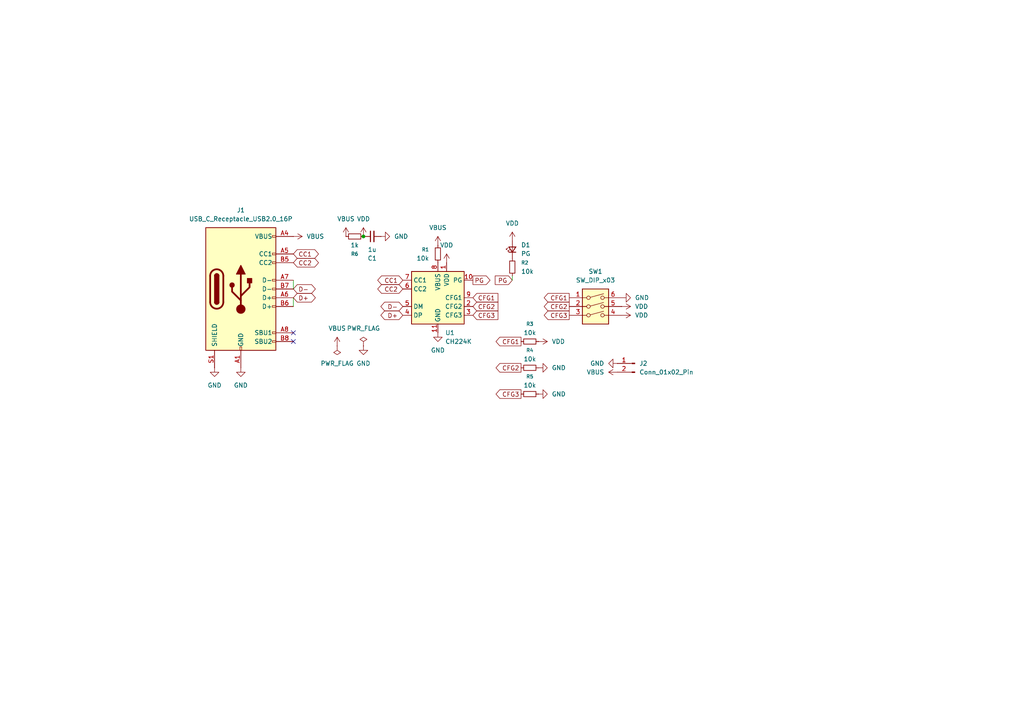
<source format=kicad_sch>
(kicad_sch (version 20250114) (generator "eeschema") (generator_version "9.0")
  (paper "A4")
  (lib_symbols
    (symbol "Connector:Conn_01x02_Pin" (pin_names (offset 1.016) (hide yes))
      (property "Reference" "J" (at 0 2.54 0))
      (property "Value" "Conn_01x02_Pin" (at 0 -5.08 0))
      (symbol "Conn_01x02_Pin_1_1"
        (rectangle (start 0.8636 0.127) (end 0 -0.127) (stroke (width 0.1524)) (fill (type outline)))
        (rectangle (start 0.8636 -2.413) (end 0 -2.667) (stroke (width 0.1524)) (fill (type outline)))
        (polyline (pts (xy 1.27 0) (xy 0.8636 0)) (stroke (width 0.1524)))
        (polyline (pts (xy 1.27 -2.54) (xy 0.8636 -2.54)) (stroke (width 0.1524)))
        (pin passive line (at 5.08 0 180) (length 3.81) (name "Pin_1") (number "1"))
        (pin passive line (at 5.08 -2.54 180) (length 3.81) (name "Pin_2") (number "2"))
      )
    )
    (symbol "Connector:USB_C_Receptacle_USB2.0_16P" (pin_names (offset 1.016))
      (property "Reference" "J" (at 0 22.225 0))
      (property "Value" "USB_C_Receptacle_USB2.0_16P" (at 0 19.685 0))
      (symbol "USB_C_Receptacle_USB2.0_16P_0_0"
        (rectangle (start -0.254 -17.78) (end 0.254 -16.764))
        (rectangle (start 10.16 15.494) (end 9.144 14.986))
        (rectangle (start 10.16 10.414) (end 9.144 9.906))
        (rectangle (start 10.16 7.874) (end 9.144 7.366))
        (rectangle (start 10.16 2.794) (end 9.144 2.286))
        (rectangle (start 10.16 0.254) (end 9.144 -0.254))
        (rectangle (start 10.16 -2.286) (end 9.144 -2.794))
        (rectangle (start 10.16 -4.826) (end 9.144 -5.334))
        (rectangle (start 10.16 -12.446) (end 9.144 -12.954))
        (rectangle (start 10.16 -14.986) (end 9.144 -15.494))
      )
      (symbol "USB_C_Receptacle_USB2.0_16P_0_1"
        (rectangle (start -10.16 17.78) (end 10.16 -17.78) (stroke (width 0.254)) (fill (type background)))
        (polyline (pts (xy -8.89 -3.81) (xy -8.89 3.81)) (stroke (width 0.508)))
        (rectangle (start -7.62 -3.81) (end -6.35 3.81) (stroke (width 0.254)) (fill (type outline)))
        (arc (start -7.62 3.81) (mid -6.985 4.4423) (end -6.35 3.81) (stroke (width 0.254)))
        (arc (start -7.62 3.81) (mid -6.985 4.4423) (end -6.35 3.81) (stroke (width 0.254)) (fill (type outline)))
        (arc (start -8.89 3.81) (mid -6.985 5.7067) (end -5.08 3.81) (stroke (width 0.508)))
        (arc (start -5.08 -3.81) (mid -6.985 -5.7067) (end -8.89 -3.81) (stroke (width 0.508)))
        (arc (start -6.35 -3.81) (mid -6.985 -4.4423) (end -7.62 -3.81) (stroke (width 0.254)))
        (arc (start -6.35 -3.81) (mid -6.985 -4.4423) (end -7.62 -3.81) (stroke (width 0.254)) (fill (type outline)))
        (polyline (pts (xy -5.08 3.81) (xy -5.08 -3.81)) (stroke (width 0.508)))
        (circle (center -2.54 1.143) (radius 0.635) (stroke (width 0.254)) (fill (type outline)))
        (polyline (pts (xy -1.27 4.318) (xy 0 6.858) (xy 1.27 4.318) (xy -1.27 4.318)) (stroke (width 0.254)) (fill (type outline)))
        (polyline (pts (xy 0 -2.032) (xy 2.54 0.508) (xy 2.54 1.778)) (stroke (width 0.508)))
        (polyline (pts (xy 0 -3.302) (xy -2.54 -0.762) (xy -2.54 0.508)) (stroke (width 0.508)))
        (polyline (pts (xy 0 -5.842) (xy 0 4.318)) (stroke (width 0.508)))
        (circle (center 0 -5.842) (radius 1.27) (fill (type outline)))
        (rectangle (start 1.905 1.778) (end 3.175 3.048) (stroke (width 0.254)) (fill (type outline)))
      )
      (symbol "USB_C_Receptacle_USB2.0_16P_1_1"
        (pin passive line (at -7.62 -22.86 90) (length 5.08) (name "SHIELD") (number "S1"))
        (pin passive line (at 0 -22.86 90) (length 5.08) (name "GND") (number "A1"))
        (pin passive line (at 0 -22.86 90) (length 5.08) (hide yes) (name "GND") (number "A12"))
        (pin passive line (at 0 -22.86 90) (length 5.08) (hide yes) (name "GND") (number "B1"))
        (pin passive line (at 0 -22.86 90) (length 5.08) (hide yes) (name "GND") (number "B12"))
        (pin passive line (at 15.24 15.24 180) (length 5.08) (name "VBUS") (number "A4"))
        (pin passive line (at 15.24 15.24 180) (length 5.08) (hide yes) (name "VBUS") (number "A9"))
        (pin passive line (at 15.24 15.24 180) (length 5.08) (hide yes) (name "VBUS") (number "B4"))
        (pin passive line (at 15.24 15.24 180) (length 5.08) (hide yes) (name "VBUS") (number "B9"))
        (pin bidirectional line (at 15.24 10.16 180) (length 5.08) (name "CC1") (number "A5"))
        (pin bidirectional line (at 15.24 7.62 180) (length 5.08) (name "CC2") (number "B5"))
        (pin bidirectional line (at 15.24 2.54 180) (length 5.08) (name "D-") (number "A7"))
        (pin bidirectional line (at 15.24 0 180) (length 5.08) (name "D-") (number "B7"))
        (pin bidirectional line (at 15.24 -2.54 180) (length 5.08) (name "D+") (number "A6"))
        (pin bidirectional line (at 15.24 -5.08 180) (length 5.08) (name "D+") (number "B6"))
        (pin bidirectional line (at 15.24 -12.7 180) (length 5.08) (name "SBU1") (number "A8"))
        (pin bidirectional line (at 15.24 -15.24 180) (length 5.08) (name "SBU2") (number "B8"))
      )
    )
    (symbol "Device:C_Small" (pin_numbers (hide yes)) (pin_names (offset 0.254) (hide yes))
      (property "Reference" "C" (at 0.254 1.778 0))
      (property "Value" "C_Small" (at 0.254 -2.032 0))
      (symbol "C_Small_0_1"
        (polyline (pts (xy -1.524 0.508) (xy 1.524 0.508)) (stroke (width 0.3048)))
        (polyline (pts (xy -1.524 -0.508) (xy 1.524 -0.508)) (stroke (width 0.3302)))
      )
      (symbol "C_Small_1_1"
        (pin passive line (at 0 2.54 270) (length 2.032) (name "~") (number "1"))
        (pin passive line (at 0 -2.54 90) (length 2.032) (name "~") (number "2"))
      )
    )
    (symbol "Device:LED_Small" (pin_numbers (hide yes)) (pin_names (offset 0.254) (hide yes))
      (property "Reference" "D" (at -1.27 3.175 0))
      (property "Value" "LED_Small" (at -4.445 -2.54 0))
      (symbol "LED_Small_0_1"
        (polyline (pts (xy -0.762 -1.016) (xy -0.762 1.016)) (stroke (width 0.254)))
        (polyline (pts (xy 0 0.762) (xy -0.508 1.27) (xy -0.254 1.27) (xy -0.508 1.27) (xy -0.508 1.016)))
        (polyline (pts (xy 0.508 1.27) (xy 0 1.778) (xy 0.254 1.778) (xy 0 1.778) (xy 0 1.524)))
        (polyline (pts (xy 0.762 -1.016) (xy -0.762 0) (xy 0.762 1.016) (xy 0.762 -1.016)) (stroke (width 0.254)))
        (polyline (pts (xy 1.016 0) (xy -0.762 0)))
      )
      (symbol "LED_Small_1_1"
        (pin passive line (at -2.54 0 0) (length 1.778) (name "K") (number "1"))
        (pin passive line (at 2.54 0 180) (length 1.778) (name "A") (number "2"))
      )
    )
    (symbol "Device:R_Small" (pin_numbers (hide yes)) (pin_names (offset 0.254) (hide yes))
      (property "Reference" "R" (at 0 0 90))
      (property "Value" "R_Small" (at 1.778 0 90))
      (symbol "R_Small_0_1"
        (rectangle (start -0.762 1.778) (end 0.762 -1.778) (stroke (width 0.2032)))
      )
      (symbol "R_Small_1_1"
        (pin passive line (at 0 2.54 270) (length 0.762) (name "~") (number "1"))
        (pin passive line (at 0 -2.54 90) (length 0.762) (name "~") (number "2"))
      )
    )
    (symbol "Interface_USB:CH224K"
      (property "Reference" "U" (at -7.874 -8.89 0))
      (property "Value" "CH224K" (at 3.048 -8.89 0))
      (symbol "CH224K_1_1"
        (rectangle (start -7.62 7.62) (end 7.62 -7.62) (stroke (width 0.254)) (fill (type background)))
        (pin bidirectional line (at -10.16 5.08 0) (length 2.54) (name "CC1") (number "7"))
        (pin bidirectional line (at -10.16 2.54 0) (length 2.54) (name "CC2") (number "6"))
        (pin bidirectional line (at -10.16 -2.54 0) (length 2.54) (name "DM") (number "5"))
        (pin bidirectional line (at -10.16 -5.08 0) (length 2.54) (name "DP") (number "4"))
        (pin passive line (at 0 10.16 270) (length 2.54) (name "VBUS") (number "8"))
        (pin power_in line (at 0 -10.16 90) (length 2.54) (name "GND") (number "11"))
        (pin power_in line (at 2.54 10.16 270) (length 2.54) (name "VDD") (number "1"))
        (pin open_collector line (at 10.16 5.08 180) (length 2.54) (name "PG") (number "10"))
        (pin passive line (at 10.16 0 180) (length 2.54) (name "CFG1") (number "9"))
        (pin passive line (at 10.16 -2.54 180) (length 2.54) (name "CFG2") (number "2"))
        (pin passive line (at 10.16 -5.08 180) (length 2.54) (name "CFG3") (number "3"))
      )
    )
    (symbol "Switch:SW_DIP_x03" (pin_names (offset 0) (hide yes))
      (property "Reference" "SW" (at 0 6.35 0))
      (property "Value" "SW_DIP_x03" (at 0 -6.35 0))
      (symbol "SW_DIP_x03_0_0"
        (circle (center -2.032 2.54) (radius 0.508))
        (circle (center -2.032 0) (radius 0.508))
        (circle (center -2.032 -2.54) (radius 0.508))
        (polyline (pts (xy -1.524 2.667) (xy 2.3622 3.7084)))
        (polyline (pts (xy -1.524 0.127) (xy 2.3622 1.1684)))
        (polyline (pts (xy -1.524 -2.413) (xy 2.3622 -1.3716)))
        (circle (center 2.032 2.54) (radius 0.508))
        (circle (center 2.032 0) (radius 0.508))
        (circle (center 2.032 -2.54) (radius 0.508))
      )
      (symbol "SW_DIP_x03_0_1"
        (rectangle (start -3.81 5.08) (end 3.81 -5.08) (stroke (width 0.254)) (fill (type background)))
      )
      (symbol "SW_DIP_x03_1_1"
        (pin passive line (at -7.62 2.54 0) (length 5.08) (name "~") (number "1"))
        (pin passive line (at -7.62 0 0) (length 5.08) (name "~") (number "2"))
        (pin passive line (at -7.62 -2.54 0) (length 5.08) (name "~") (number "3"))
        (pin passive line (at 7.62 2.54 180) (length 5.08) (name "~") (number "6"))
        (pin passive line (at 7.62 0 180) (length 5.08) (name "~") (number "5"))
        (pin passive line (at 7.62 -2.54 180) (length 5.08) (name "~") (number "4"))
      )
    )
    (symbol "power:GND" (power) (pin_numbers (hide yes)) (pin_names (offset 0) (hide yes))
      (property "Value" "GND" (at 0 -3.81 0))
      (symbol "GND_0_1"
        (polyline (pts (xy 0 0) (xy 0 -1.27) (xy 1.27 -1.27) (xy 0 -2.54) (xy -1.27 -1.27) (xy 0 -1.27)))
      )
      (symbol "GND_1_1"
        (pin power_in line (at 0 0 270) (length 0) (name "~") (number "1"))
      )
    )
    (symbol "power:PWR_FLAG" (power) (pin_numbers (hide yes)) (pin_names (offset 0) (hide yes))
      (property "Value" "PWR_FLAG" (at 0 3.81 0))
      (symbol "PWR_FLAG_0_0"
        (pin power_out line (at 0 0 90) (length 0) (name "~") (number "1"))
      )
      (symbol "PWR_FLAG_0_1"
        (polyline (pts (xy 0 0) (xy 0 1.27) (xy -1.016 1.905) (xy 0 2.54) (xy 1.016 1.905) (xy 0 1.27)))
      )
    )
    (symbol "power:VBUS" (power) (pin_numbers (hide yes)) (pin_names (offset 0) (hide yes))
      (property "Value" "VBUS" (at 0 3.556 0))
      (symbol "VBUS_0_1"
        (polyline (pts (xy -0.762 1.27) (xy 0 2.54)))
        (polyline (pts (xy 0 2.54) (xy 0.762 1.27)))
        (polyline (pts (xy 0 0) (xy 0 2.54)))
      )
      (symbol "VBUS_1_1"
        (pin power_in line (at 0 0 90) (length 0) (name "~") (number "1"))
      )
    )
    (symbol "power:VDD" (power) (pin_numbers (hide yes)) (pin_names (offset 0) (hide yes))
      (property "Value" "VDD" (at 0 3.556 0))
      (symbol "VDD_0_1"
        (polyline (pts (xy -0.762 1.27) (xy 0 2.54)))
        (polyline (pts (xy 0 2.54) (xy 0.762 1.27)))
        (polyline (pts (xy 0 0) (xy 0 2.54)))
      )
      (symbol "VDD_1_1"
        (pin power_in line (at 0 0 90) (length 0) (name "~") (number "1"))
      )
    )
  )
  (junction (at 105.41 68.58))
  (no_connect (at 85.09 99.06))
  (no_connect (at 85.09 96.52))
  (wire (pts (xy 85.09 86.36) (xy 85.09 88.9)))
  (wire (pts (xy 85.09 81.28) (xy 85.09 83.82)))
  (wire (pts (xy 148.59 81.28) (xy 148.59 80.01)))
  (global_label "CC1" (shape bidirectional) (at 85.09 73.66 0) (property "Intersheetrefs" "${INTERSHEET_REFS}" (effects (hide yes))))
  (global_label "CFG1" (shape output) (at 165.1 86.36 180) (property "Intersheetrefs" "${INTERSHEET_REFS}" (effects (hide yes))))
  (global_label "CFG2" (shape output) (at 151.13 106.68 180) (property "Intersheetrefs" "${INTERSHEET_REFS}" (effects (hide yes))))
  (global_label "CFG1" (shape input) (at 137.16 86.36 0) (property "Intersheetrefs" "${INTERSHEET_REFS}" (effects (hide yes))))
  (global_label "D-" (shape bidirectional) (at 85.09 83.82 0) (property "Intersheetrefs" "${INTERSHEET_REFS}" (effects (hide yes))))
  (global_label "CC2" (shape bidirectional) (at 116.84 83.82 180) (property "Intersheetrefs" "${INTERSHEET_REFS}" (effects (hide yes))))
  (global_label "CFG2" (shape output) (at 165.1 88.9 180) (property "Intersheetrefs" "${INTERSHEET_REFS}" (effects (hide yes))))
  (global_label "D+" (shape bidirectional) (at 85.09 86.36 0) (property "Intersheetrefs" "${INTERSHEET_REFS}" (effects (hide yes))))
  (global_label "CFG3" (shape output) (at 151.13 114.3 180) (property "Intersheetrefs" "${INTERSHEET_REFS}" (effects (hide yes))))
  (global_label "D+" (shape bidirectional) (at 116.84 91.44 180) (property "Intersheetrefs" "${INTERSHEET_REFS}" (effects (hide yes))))
  (global_label "PG" (shape input) (at 148.59 81.28 180) (property "Intersheetrefs" "${INTERSHEET_REFS}" (effects (hide yes))))
  (global_label "PG" (shape output) (at 137.16 81.28 0) (property "Intersheetrefs" "${INTERSHEET_REFS}" (effects (hide yes))))
  (global_label "D-" (shape bidirectional) (at 116.84 88.9 180) (property "Intersheetrefs" "${INTERSHEET_REFS}" (effects (hide yes))))
  (global_label "CFG1" (shape output) (at 151.13 99.06 180) (property "Intersheetrefs" "${INTERSHEET_REFS}" (effects (hide yes))))
  (global_label "CFG3" (shape input) (at 137.16 91.44 0) (property "Intersheetrefs" "${INTERSHEET_REFS}" (effects (hide yes))))
  (global_label "CFG2" (shape input) (at 137.16 88.9 0) (property "Intersheetrefs" "${INTERSHEET_REFS}" (effects (hide yes))))
  (global_label "CFG3" (shape output) (at 165.1 91.44 180) (property "Intersheetrefs" "${INTERSHEET_REFS}" (effects (hide yes))))
  (global_label "CC2" (shape bidirectional) (at 85.09 76.2 0) (property "Intersheetrefs" "${INTERSHEET_REFS}" (effects (hide yes))))
  (global_label "CC1" (shape bidirectional) (at 116.84 81.28 180) (property "Intersheetrefs" "${INTERSHEET_REFS}" (effects (hide yes))))
  (symbol (lib_id "power:PWR_FLAG") (at 105.41 100.33 0) (unit 1)
    (property "Reference" "#FLG01" (effects (hide yes)))
    (property "Value" "PWR_FLAG" (at 105.41 95.25 0))
    (property "Description" "Special symbol for telling ERC where power comes from" (effects (hide yes)))
  )
  (symbol (lib_id "Device:R_Small") (at 153.67 106.68 90) (unit 1)
    (property "Reference" "R4" (at 153.67 101.6 90) (effects (font (size 1.016 1.016))))
    (property "Value" "10k" (at 153.67 104.14 90))
    (property "Footprint" "Resistor_SMD:R_0603_1608Metric" (effects (hide yes)))
    (property "Description" "Resistor, small symbol" (effects (hide yes)))
  )
  (symbol (lib_id "Device:R_Small") (at 153.67 99.06 90) (unit 1)
    (property "Reference" "R3" (at 153.67 93.98 90) (effects (font (size 1.016 1.016))))
    (property "Value" "10k" (at 153.67 96.52 90))
    (property "Footprint" "Resistor_SMD:R_0603_1608Metric" (effects (hide yes)))
    (property "Description" "Resistor, small symbol" (effects (hide yes)))
  )
  (symbol (lib_id "power:VDD") (at 180.34 91.44 270) (unit 1)
    (property "Reference" "#PWR015" (effects (hide yes)))
    (property "Value" "VDD" (at 184.15 91.4399 90) (effects (justify left)))
    (property "Description" "Power symbol creates a global label with name \"VDD\"" (effects (hide yes)))
  )
  (symbol (lib_id "Interface_USB:CH224K") (at 127 86.36 0) (unit 1)
    (property "Reference" "U1" (at 129.1433 96.52 0) (effects (justify left)))
    (property "Value" "CH224K" (at 129.1433 99.06 0) (effects (justify left)))
    (property "Footprint" "Package_SO:SSOP-10-1EP_3.9x4.9mm_P1mm_EP2.1x3.3mm" (effects (hide yes)))
    (property "Datasheet" "https://www.wch.cn/downloads/file/301.html" (effects (hide yes)))
    (property "Description" "100W USB Type-C PD3.0/2.0, BC1.2 Sink Controller, SSOP-10" (effects (hide yes)))
  )
  (symbol (lib_id "power:VBUS") (at 85.09 68.58 270) (unit 1)
    (property "Reference" "#PWR01" (effects (hide yes)))
    (property "Value" "VBUS" (at 88.9 68.5799 90) (effects (justify left)))
    (property "Description" "Power symbol creates a global label with name \"VBUS\"" (effects (hide yes)))
  )
  (symbol (lib_id "Device:LED_Small") (at 148.59 72.39 90) (unit 1)
    (property "Reference" "D1" (at 151.13 71.0564 90) (effects (justify right)))
    (property "Value" "PG" (at 151.13 73.5964 90) (effects (justify right)))
    (property "Footprint" "LED_SMD:LED_0603_1608Metric" (effects (hide yes)))
    (property "Description" "Light emitting diode, small symbol" (effects (hide yes)))
    (property "Sim.Pin" "1=K 2=A" (effects (hide yes)))
  )
  (symbol (lib_id "power:GND") (at 180.34 86.36 90) (unit 1)
    (property "Reference" "#PWR013" (effects (hide yes)))
    (property "Value" "GND" (at 184.15 86.3599 90) (effects (justify right)))
    (property "Description" "Power symbol creates a global label with name \"GND\" , ground" (effects (hide yes)))
  )
  (symbol (lib_id "power:VDD") (at 156.21 99.06 270) (unit 1)
    (property "Reference" "#PWR010" (effects (hide yes)))
    (property "Value" "VDD" (at 160.02 99.0599 90) (effects (justify left)))
    (property "Description" "Power symbol creates a global label with name \"VDD\"" (effects (hide yes)))
  )
  (symbol (lib_id "Device:R_Small") (at 127 73.66 0) (unit 1)
    (property "Reference" "R1" (at 124.46 72.3899 0) (effects (font (size 1.016 1.016)) (justify right)))
    (property "Value" "10k" (at 124.46 74.9299 0) (effects (justify right)))
    (property "Footprint" "Resistor_SMD:R_0603_1608Metric" (effects (hide yes)))
    (property "Description" "Resistor, small symbol" (effects (hide yes)))
  )
  (symbol (lib_id "power:VDD") (at 148.59 69.85 0) (unit 1)
    (property "Reference" "#PWR016" (effects (hide yes)))
    (property "Value" "VDD" (at 148.59 64.77 0))
    (property "Description" "Power symbol creates a global label with name \"VDD\"" (effects (hide yes)))
  )
  (symbol (lib_id "Device:R_Small") (at 102.87 68.58 90) (unit 1)
    (property "Reference" "R6" (at 102.87 73.66 90) (effects (font (size 1.016 1.016))))
    (property "Value" "1k" (at 102.87 71.12 90))
    (property "Footprint" "Resistor_SMD:R_0603_1608Metric" (effects (hide yes)))
    (property "Description" "Resistor, small symbol" (effects (hide yes)))
  )
  (symbol (lib_id "power:VBUS") (at 127 71.12 0) (unit 1)
    (property "Reference" "#PWR05" (effects (hide yes)))
    (property "Value" "VBUS" (at 127 66.04 0))
    (property "Description" "Power symbol creates a global label with name \"VBUS\"" (effects (hide yes)))
  )
  (symbol (lib_id "power:VDD") (at 105.41 68.58 0) (unit 1)
    (property "Reference" "#PWR07" (effects (hide yes)))
    (property "Value" "VDD" (at 105.41 63.5 0))
    (property "Description" "Power symbol creates a global label with name \"VDD\"" (effects (hide yes)))
  )
  (symbol (lib_id "Device:R_Small") (at 153.67 114.3 90) (unit 1)
    (property "Reference" "R5" (at 153.67 109.22 90) (effects (font (size 1.016 1.016))))
    (property "Value" "10k" (at 153.67 111.76 90))
    (property "Footprint" "Resistor_SMD:R_0603_1608Metric" (effects (hide yes)))
    (property "Description" "Resistor, small symbol" (effects (hide yes)))
  )
  (symbol (lib_id "power:GND") (at 105.41 100.33 0) (unit 1)
    (property "Reference" "#PWR019" (effects (hide yes)))
    (property "Value" "GND" (at 105.41 105.41 0))
    (property "Description" "Power symbol creates a global label with name \"GND\" , ground" (effects (hide yes)))
  )
  (symbol (lib_id "power:GND") (at 127 96.52 0) (unit 1)
    (property "Reference" "#PWR04" (effects (hide yes)))
    (property "Value" "GND" (at 127 101.6 0))
    (property "Description" "Power symbol creates a global label with name \"GND\" , ground" (effects (hide yes)))
  )
  (symbol (lib_id "power:GND") (at 110.49 68.58 90) (unit 1)
    (property "Reference" "#PWR09" (effects (hide yes)))
    (property "Value" "GND" (at 114.3 68.5799 90) (effects (justify right)))
    (property "Description" "Power symbol creates a global label with name \"GND\" , ground" (effects (hide yes)))
  )
  (symbol (lib_id "Device:C_Small") (at 107.95 68.58 90) (mirror x) (unit 1)
    (property "Reference" "C1" (at 107.9563 74.93 90))
    (property "Value" "1u" (at 107.9563 72.39 90))
    (property "Footprint" "Capacitor_SMD:C_0603_1608Metric" (effects (hide yes)))
    (property "Description" "Unpolarized capacitor, small symbol" (effects (hide yes)))
  )
  (symbol (lib_id "power:VBUS") (at 179.07 107.95 90) (unit 1)
    (property "Reference" "#PWR018" (effects (hide yes)))
    (property "Value" "VBUS" (at 175.26 107.9499 90) (effects (justify left)))
    (property "Description" "Power symbol creates a global label with name \"VBUS\"" (effects (hide yes)))
  )
  (symbol (lib_id "power:PWR_FLAG") (at 97.79 100.33 0) (mirror x) (unit 1)
    (property "Reference" "#FLG02" (effects (hide yes)))
    (property "Value" "PWR_FLAG" (at 97.79 105.41 0))
    (property "Description" "Special symbol for telling ERC where power comes from" (effects (hide yes)))
  )
  (symbol (lib_id "power:GND") (at 62.23 106.68 0) (unit 1)
    (property "Reference" "#PWR02" (effects (hide yes)))
    (property "Value" "GND" (at 62.23 111.76 0))
    (property "Description" "Power symbol creates a global label with name \"GND\" , ground" (effects (hide yes)))
  )
  (symbol (lib_id "power:VDD") (at 129.54 76.2 0) (unit 1)
    (property "Reference" "#PWR08" (effects (hide yes)))
    (property "Value" "VDD" (at 129.54 71.12 0))
    (property "Description" "Power symbol creates a global label with name \"VDD\"" (effects (hide yes)))
  )
  (symbol (lib_id "Connector:USB_C_Receptacle_USB2.0_16P") (at 69.85 83.82 0) (unit 1)
    (property "Reference" "J1" (at 69.85 60.96 0))
    (property "Value" "USB_C_Receptacle_USB2.0_16P" (at 69.85 63.5 0))
    (property "Footprint" "Connector_USB:USB_C_Receptacle_GCT_USB4105-xx-A_16P_TopMnt_Horizontal" (effects (hide yes)))
    (property "Datasheet" "https://www.usb.org/sites/default/files/documents/usb_type-c.zip" (effects (hide yes)))
    (property "Description" "USB 2.0-only 16P Type-C Receptacle connector" (effects (hide yes)))
  )
  (symbol (lib_id "power:GND") (at 156.21 106.68 90) (unit 1)
    (property "Reference" "#PWR011" (effects (hide yes)))
    (property "Value" "GND" (at 160.02 106.6799 90) (effects (justify right)))
    (property "Description" "Power symbol creates a global label with name \"GND\" , ground" (effects (hide yes)))
  )
  (symbol (lib_id "power:VBUS") (at 97.79 100.33 0) (unit 1)
    (property "Reference" "#PWR020" (effects (hide yes)))
    (property "Value" "VBUS" (at 97.79 95.25 0))
    (property "Description" "Power symbol creates a global label with name \"VBUS\"" (effects (hide yes)))
  )
  (symbol (lib_id "power:GND") (at 69.85 106.68 0) (unit 1)
    (property "Reference" "#PWR03" (effects (hide yes)))
    (property "Value" "GND" (at 69.85 111.76 0))
    (property "Description" "Power symbol creates a global label with name \"GND\" , ground" (effects (hide yes)))
  )
  (symbol (lib_id "power:VDD") (at 180.34 88.9 270) (unit 1)
    (property "Reference" "#PWR014" (effects (hide yes)))
    (property "Value" "VDD" (at 184.15 88.8999 90) (effects (justify left)))
    (property "Description" "Power symbol creates a global label with name \"VDD\"" (effects (hide yes)))
  )
  (symbol (lib_id "power:GND") (at 156.21 114.3 90) (unit 1)
    (property "Reference" "#PWR012" (effects (hide yes)))
    (property "Value" "GND" (at 160.02 114.2999 90) (effects (justify right)))
    (property "Description" "Power symbol creates a global label with name \"GND\" , ground" (effects (hide yes)))
  )
  (symbol (lib_id "power:VBUS") (at 100.33 68.58 0) (unit 1)
    (property "Reference" "#PWR06" (effects (hide yes)))
    (property "Value" "VBUS" (at 100.33 63.5 0))
    (property "Description" "Power symbol creates a global label with name \"VBUS\"" (effects (hide yes)))
  )
  (symbol (lib_id "power:GND") (at 179.07 105.41 270) (unit 1)
    (property "Reference" "#PWR017" (effects (hide yes)))
    (property "Value" "GND" (at 175.26 105.4099 90) (effects (justify right)))
    (property "Description" "Power symbol creates a global label with name \"GND\" , ground" (effects (hide yes)))
  )
  (symbol (lib_id "Connector:Conn_01x02_Pin") (at 184.15 105.41 0) (mirror y) (unit 1)
    (property "Reference" "J2" (at 185.42 105.4099 0) (effects (justify right)))
    (property "Value" "Conn_01x02_Pin" (at 185.42 107.9499 0) (effects (justify right)))
    (property "Footprint" "SolderPad_2P" (effects (hide yes)))
    (property "Description" "Generic connector, single row, 01x02, script generated" (effects (hide yes)))
  )
  (symbol (lib_id "Device:R_Small") (at 148.59 77.47 0) (mirror y) (unit 1)
    (property "Reference" "R2" (at 151.13 76.1999 0) (effects (font (size 1.016 1.016)) (justify right)))
    (property "Value" "10k" (at 151.13 78.7399 0) (effects (justify right)))
    (property "Footprint" "Resistor_SMD:R_0603_1608Metric" (effects (hide yes)))
    (property "Description" "Resistor, small symbol" (effects (hide yes)))
  )
  (symbol (lib_id "Switch:SW_DIP_x03") (at 172.72 88.9 0) (unit 1)
    (property "Reference" "SW1" (at 172.72 78.74 0))
    (property "Value" "SW_DIP_x03" (at 172.72 81.28 0))
    (property "Footprint" "Package_DIP:DIP-6_W7.62mm" (effects (hide yes)))
    (property "Description" "3x DIP Switch, Single Pole Single Throw (SPST) switch, small symbol" (effects (hide yes)))
  )
)
</source>
